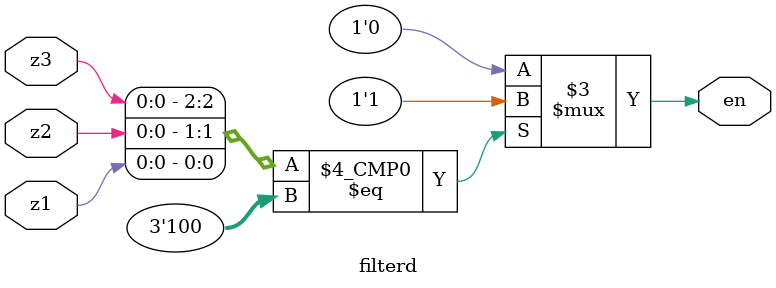
<source format=v>
module filterd(z3, z2, z1, en);
	input z3, z2, z1;
	output reg en;
	
	always@(*)
	begin
		case({z3, z2, z1})
		3'b100: en = 1;
		default: en = 0;
		endcase
	end
	
endmodule

</source>
